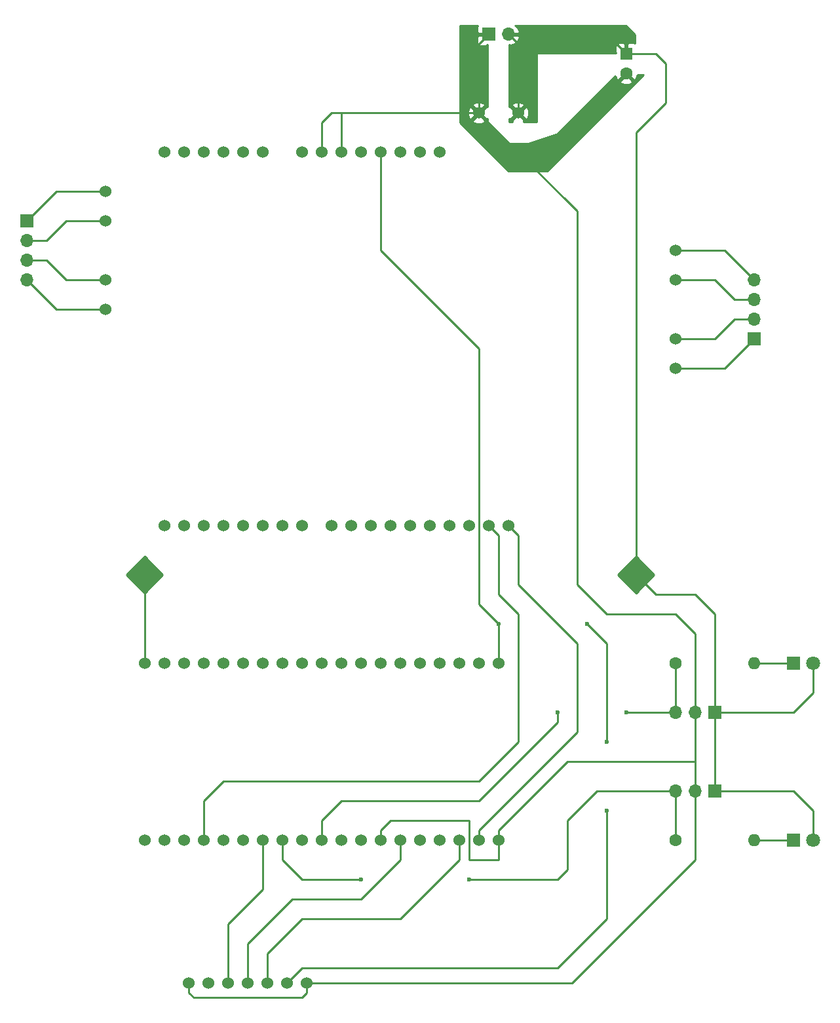
<source format=gbr>
G04 #@! TF.FileFunction,Copper,L2,Bot,Signal*
%FSLAX46Y46*%
G04 Gerber Fmt 4.6, Leading zero omitted, Abs format (unit mm)*
G04 Created by KiCad (PCBNEW 4.0.7) date 04/17/18 22:05:50*
%MOMM*%
%LPD*%
G01*
G04 APERTURE LIST*
%ADD10C,0.100000*%
%ADD11R,1.600000X1.600000*%
%ADD12C,1.600000*%
%ADD13R,1.800000X1.800000*%
%ADD14C,1.800000*%
%ADD15C,1.524000*%
%ADD16R,1.700000X1.700000*%
%ADD17O,1.700000X1.700000*%
%ADD18O,1.600000X1.600000*%
%ADD19C,0.600000*%
%ADD20C,0.250000*%
%ADD21C,0.254000*%
G04 APERTURE END LIST*
D10*
D11*
X95250000Y-20320000D03*
D12*
X95250000Y-22820000D03*
D13*
X116840000Y-121920000D03*
D14*
X119380000Y-121920000D03*
D13*
X116840000Y-99060000D03*
D14*
X119380000Y-99060000D03*
D15*
X35560000Y-33020000D03*
X38100000Y-33020000D03*
X40640000Y-33020000D03*
X43180000Y-33020000D03*
X45720000Y-33020000D03*
X48260000Y-33020000D03*
X53340000Y-33020000D03*
X55880000Y-33020000D03*
X58420000Y-33020000D03*
X60960000Y-33020000D03*
X63500000Y-33020000D03*
X66040000Y-33020000D03*
X68580000Y-33020000D03*
X71120000Y-33020000D03*
X35560000Y-81280000D03*
X38100000Y-81280000D03*
X40640000Y-81280000D03*
X43180000Y-81280000D03*
X45720000Y-81280000D03*
X48260000Y-81280000D03*
X50800000Y-81280000D03*
X53340000Y-81280000D03*
X57150000Y-81280000D03*
X59690000Y-81280000D03*
X62230000Y-81280000D03*
X64770000Y-81280000D03*
X67310000Y-81280000D03*
X69850000Y-81280000D03*
X72390000Y-81280000D03*
X74930000Y-81280000D03*
X77470000Y-81280000D03*
X80010000Y-81280000D03*
X27940000Y-38100000D03*
X27940000Y-41910000D03*
X27940000Y-49530000D03*
X27940000Y-53340000D03*
X101600000Y-45720000D03*
X101600000Y-49530000D03*
X101600000Y-57150000D03*
X101600000Y-60960000D03*
X76200000Y-27940000D03*
X81280000Y-27940000D03*
X78740000Y-99060000D03*
X76200000Y-99060000D03*
X73660000Y-99060000D03*
X71120000Y-99060000D03*
X68580000Y-99060000D03*
X66040000Y-99060000D03*
X63500000Y-99060000D03*
X60960000Y-99060000D03*
X58420000Y-99060000D03*
X55880000Y-99060000D03*
X53340000Y-99060000D03*
X50800000Y-99060000D03*
X48260000Y-99060000D03*
X45720000Y-99060000D03*
X43180000Y-99060000D03*
X40640000Y-99060000D03*
X38100000Y-99060000D03*
X35560000Y-99060000D03*
X33020000Y-99060000D03*
X33020000Y-121920000D03*
X35560000Y-121920000D03*
X38100000Y-121920000D03*
X40640000Y-121920000D03*
X43180000Y-121920000D03*
X45720000Y-121920000D03*
X48260000Y-121920000D03*
X50800000Y-121920000D03*
X53340000Y-121920000D03*
X55880000Y-121920000D03*
X58420000Y-121920000D03*
X60960000Y-121920000D03*
X63500000Y-121920000D03*
X66040000Y-121920000D03*
X68580000Y-121920000D03*
X71120000Y-121920000D03*
X73660000Y-121920000D03*
X76200000Y-121920000D03*
X78740000Y-121920000D03*
D16*
X77470000Y-17780000D03*
D17*
X80010000Y-17780000D03*
D16*
X111760000Y-57150000D03*
D17*
X111760000Y-54610000D03*
X111760000Y-52070000D03*
X111760000Y-49530000D03*
D16*
X17780000Y-41910000D03*
D17*
X17780000Y-44450000D03*
X17780000Y-46990000D03*
X17780000Y-49530000D03*
D16*
X106680000Y-115570000D03*
D17*
X104140000Y-115570000D03*
X101600000Y-115570000D03*
D16*
X106680000Y-105410000D03*
D17*
X104140000Y-105410000D03*
X101600000Y-105410000D03*
D12*
X101600000Y-121920000D03*
D18*
X111760000Y-121920000D03*
D12*
X101600000Y-99060000D03*
D18*
X111760000Y-99060000D03*
D15*
X53975000Y-140335000D03*
X51435000Y-140335000D03*
X48895000Y-140335000D03*
X46355000Y-140335000D03*
X43815000Y-140335000D03*
X41275000Y-140335000D03*
X38735000Y-140335000D03*
D19*
X33020000Y-87630000D03*
X96520000Y-87630000D03*
X78740000Y-93980000D03*
X92710000Y-118110000D03*
X92710000Y-109220000D03*
X90170000Y-93980000D03*
X60960000Y-127000000D03*
X74930000Y-127000000D03*
X86360000Y-105410000D03*
X95250000Y-105410000D03*
D20*
X33020000Y-87630000D02*
X33020000Y-99060000D01*
X95250000Y-20320000D02*
X99060000Y-20320000D01*
X96520000Y-87630000D02*
X99060000Y-90170000D01*
X96520000Y-30480000D02*
X96520000Y-87630000D01*
X100330000Y-26670000D02*
X96520000Y-30480000D01*
X100330000Y-21590000D02*
X100330000Y-26670000D01*
X99060000Y-20320000D02*
X100330000Y-21590000D01*
X106680000Y-92710000D02*
X106680000Y-105410000D01*
X99060000Y-90170000D02*
X102870000Y-90170000D01*
X102870000Y-90170000D02*
X104140000Y-90170000D01*
X104140000Y-90170000D02*
X106680000Y-92710000D01*
X106680000Y-115570000D02*
X116840000Y-115570000D01*
X119380000Y-118110000D02*
X119380000Y-121920000D01*
X116840000Y-115570000D02*
X119380000Y-118110000D01*
X106680000Y-105410000D02*
X116840000Y-105410000D01*
X116840000Y-105410000D02*
X119380000Y-102870000D01*
X119380000Y-102870000D02*
X119380000Y-99060000D01*
X106680000Y-115570000D02*
X106680000Y-105410000D01*
X81280000Y-27940000D02*
X81280000Y-19050000D01*
X81280000Y-19050000D02*
X80010000Y-17780000D01*
X80010000Y-17780000D02*
X92710000Y-17780000D01*
X92710000Y-17780000D02*
X95250000Y-20320000D01*
X78740000Y-121920000D02*
X78740000Y-124460000D01*
X63500000Y-120650000D02*
X63500000Y-121920000D01*
X64770000Y-119380000D02*
X63500000Y-120650000D01*
X67310000Y-119380000D02*
X64770000Y-119380000D01*
X74930000Y-119380000D02*
X67310000Y-119380000D01*
X74930000Y-124460000D02*
X74930000Y-119380000D01*
X78740000Y-124460000D02*
X74930000Y-124460000D01*
X104140000Y-111760000D02*
X96520000Y-111760000D01*
X78740000Y-120650000D02*
X78740000Y-121920000D01*
X87630000Y-111760000D02*
X78740000Y-120650000D01*
X88900000Y-111760000D02*
X87630000Y-111760000D01*
X96520000Y-111760000D02*
X88900000Y-111760000D01*
X104140000Y-115570000D02*
X104140000Y-124460000D01*
X88265000Y-140335000D02*
X53975000Y-140335000D01*
X104140000Y-124460000D02*
X88265000Y-140335000D01*
X95250000Y-22820000D02*
X95250000Y-22860000D01*
X95250000Y-22860000D02*
X83185000Y-34925000D01*
X38735000Y-140335000D02*
X38735000Y-141605000D01*
X38735000Y-141605000D02*
X39370000Y-142240000D01*
X39370000Y-142240000D02*
X53340000Y-142240000D01*
X53340000Y-142240000D02*
X53975000Y-141605000D01*
X53975000Y-141605000D02*
X53975000Y-140335000D01*
X76200000Y-27940000D02*
X83185000Y-34925000D01*
X83185000Y-34925000D02*
X87630000Y-39370000D01*
X104140000Y-95250000D02*
X104140000Y-105410000D01*
X101600000Y-92710000D02*
X104140000Y-95250000D01*
X92710000Y-92710000D02*
X101600000Y-92710000D01*
X88900000Y-88900000D02*
X92710000Y-92710000D01*
X88900000Y-40640000D02*
X88900000Y-88900000D01*
X87630000Y-39370000D02*
X88900000Y-40640000D01*
X58420000Y-33020000D02*
X58420000Y-27940000D01*
X76200000Y-27940000D02*
X58420000Y-27940000D01*
X58420000Y-27940000D02*
X57150000Y-27940000D01*
X55880000Y-29210000D02*
X55880000Y-33020000D01*
X57150000Y-27940000D02*
X55880000Y-29210000D01*
X104140000Y-115570000D02*
X104140000Y-111760000D01*
X104140000Y-111760000D02*
X104140000Y-105410000D01*
X76200000Y-27940000D02*
X76200000Y-19050000D01*
X76200000Y-19050000D02*
X77470000Y-17780000D01*
X116840000Y-121920000D02*
X111760000Y-121920000D01*
X111760000Y-99060000D02*
X116840000Y-99060000D01*
X51435000Y-140335000D02*
X53340000Y-138430000D01*
X86360000Y-138430000D02*
X53340000Y-138430000D01*
X92710000Y-132080000D02*
X86360000Y-138430000D01*
X92710000Y-118110000D02*
X92710000Y-132080000D01*
X92710000Y-96520000D02*
X92710000Y-109220000D01*
X90170000Y-93980000D02*
X92710000Y-96520000D01*
X63500000Y-33020000D02*
X63500000Y-45720000D01*
X78740000Y-93980000D02*
X78740000Y-99060000D01*
X76200000Y-91440000D02*
X78740000Y-93980000D01*
X76200000Y-58420000D02*
X76200000Y-91440000D01*
X63500000Y-45720000D02*
X76200000Y-58420000D01*
X78740000Y-88900000D02*
X78740000Y-90170000D01*
X78740000Y-82550000D02*
X78740000Y-88900000D01*
X81280000Y-101600000D02*
X81280000Y-109220000D01*
X81280000Y-109220000D02*
X76200000Y-114300000D01*
X76200000Y-114300000D02*
X43180000Y-114300000D01*
X43180000Y-114300000D02*
X40640000Y-116840000D01*
X40640000Y-121920000D02*
X40640000Y-116840000D01*
X78740000Y-82550000D02*
X77470000Y-81280000D01*
X81280000Y-92710000D02*
X81280000Y-101600000D01*
X78740000Y-90170000D02*
X81280000Y-92710000D01*
X81280000Y-88900000D02*
X81280000Y-82550000D01*
X81280000Y-88900000D02*
X88900000Y-96520000D01*
X88900000Y-96520000D02*
X88900000Y-107950000D01*
X88900000Y-107950000D02*
X76200000Y-120650000D01*
X76200000Y-121920000D02*
X76200000Y-120650000D01*
X81280000Y-82550000D02*
X80010000Y-81280000D01*
X80010000Y-81280000D02*
X80010000Y-81280000D01*
X17780000Y-41910000D02*
X21590000Y-38100000D01*
X21590000Y-38100000D02*
X27940000Y-38100000D01*
X17780000Y-44450000D02*
X20320000Y-44450000D01*
X22860000Y-41910000D02*
X27940000Y-41910000D01*
X20320000Y-44450000D02*
X22860000Y-41910000D01*
X17780000Y-46990000D02*
X20320000Y-46990000D01*
X22860000Y-49530000D02*
X27940000Y-49530000D01*
X20320000Y-46990000D02*
X22860000Y-49530000D01*
X17780000Y-49530000D02*
X21590000Y-53340000D01*
X21590000Y-53340000D02*
X27940000Y-53340000D01*
X111760000Y-49530000D02*
X107950000Y-45720000D01*
X107950000Y-45720000D02*
X101600000Y-45720000D01*
X111760000Y-52070000D02*
X109220000Y-52070000D01*
X106680000Y-49530000D02*
X101600000Y-49530000D01*
X109220000Y-52070000D02*
X106680000Y-49530000D01*
X111760000Y-54610000D02*
X109220000Y-54610000D01*
X106680000Y-57150000D02*
X101600000Y-57150000D01*
X109220000Y-54610000D02*
X106680000Y-57150000D01*
X111760000Y-57150000D02*
X107950000Y-60960000D01*
X107950000Y-60960000D02*
X101600000Y-60960000D01*
X43815000Y-140335000D02*
X43815000Y-132715000D01*
X48260000Y-128270000D02*
X48260000Y-121920000D01*
X43815000Y-132715000D02*
X48260000Y-128270000D01*
X101600000Y-115570000D02*
X91440000Y-115570000D01*
X50800000Y-124460000D02*
X50800000Y-121920000D01*
X52070000Y-125730000D02*
X50800000Y-124460000D01*
X53340000Y-127000000D02*
X52070000Y-125730000D01*
X60960000Y-127000000D02*
X53340000Y-127000000D01*
X86360000Y-127000000D02*
X74930000Y-127000000D01*
X87630000Y-125730000D02*
X86360000Y-127000000D01*
X87630000Y-119380000D02*
X87630000Y-125730000D01*
X91440000Y-115570000D02*
X87630000Y-119380000D01*
X101600000Y-121920000D02*
X101600000Y-115570000D01*
X101600000Y-105410000D02*
X95250000Y-105410000D01*
X55880000Y-119380000D02*
X55880000Y-121920000D01*
X58420000Y-116840000D02*
X55880000Y-119380000D01*
X76200000Y-116840000D02*
X58420000Y-116840000D01*
X86360000Y-106680000D02*
X76200000Y-116840000D01*
X86360000Y-105410000D02*
X86360000Y-106680000D01*
X101600000Y-105410000D02*
X101600000Y-99060000D01*
X66040000Y-121920000D02*
X66040000Y-124460000D01*
X46355000Y-135255000D02*
X46355000Y-140335000D01*
X52070000Y-129540000D02*
X46355000Y-135255000D01*
X60960000Y-129540000D02*
X52070000Y-129540000D01*
X66040000Y-124460000D02*
X60960000Y-129540000D01*
X73660000Y-121920000D02*
X73660000Y-123190000D01*
X48895000Y-136525000D02*
X48895000Y-140335000D01*
X53340000Y-132080000D02*
X48895000Y-136525000D01*
X66040000Y-132080000D02*
X53340000Y-132080000D01*
X73660000Y-124460000D02*
X66040000Y-132080000D01*
X73660000Y-123190000D02*
X73660000Y-124460000D01*
D21*
G36*
X75985000Y-16803691D02*
X75985000Y-17494250D01*
X76143750Y-17653000D01*
X77343000Y-17653000D01*
X77343000Y-17907000D01*
X76143750Y-17907000D01*
X75985000Y-18065750D01*
X75985000Y-18756309D01*
X76081673Y-18989698D01*
X76260301Y-19168327D01*
X76493690Y-19265000D01*
X77184250Y-19265000D01*
X77342998Y-19106252D01*
X77342998Y-19265000D01*
X77343000Y-19265000D01*
X77343000Y-27186084D01*
X77180213Y-27139392D01*
X76379605Y-27940000D01*
X77180213Y-28740608D01*
X77343000Y-28693916D01*
X77343000Y-29210000D01*
X77353006Y-29259410D01*
X77380197Y-29299803D01*
X79920197Y-31839803D01*
X79962211Y-31867666D01*
X80010000Y-31877000D01*
X82550000Y-31877000D01*
X82590161Y-31870483D01*
X86400161Y-30600483D01*
X86449803Y-30569803D01*
X93191861Y-23827745D01*
X94421861Y-23827745D01*
X94495995Y-24073864D01*
X95033223Y-24266965D01*
X95603454Y-24239778D01*
X96004005Y-24073864D01*
X96078139Y-23827745D01*
X95250000Y-22999605D01*
X94421861Y-23827745D01*
X93191861Y-23827745D01*
X93834888Y-23184718D01*
X93996136Y-23574005D01*
X94242255Y-23648139D01*
X94903395Y-22987000D01*
X95596605Y-22987000D01*
X96257745Y-23648139D01*
X96503864Y-23574005D01*
X96696965Y-23036777D01*
X96694592Y-22987000D01*
X97483394Y-22987000D01*
X85037394Y-35433000D01*
X80062606Y-35433000D01*
X73787000Y-29157394D01*
X73787000Y-28920213D01*
X75399392Y-28920213D01*
X75468857Y-29162397D01*
X75992302Y-29349144D01*
X76547368Y-29321362D01*
X76931143Y-29162397D01*
X77000608Y-28920213D01*
X76200000Y-28119605D01*
X75399392Y-28920213D01*
X73787000Y-28920213D01*
X73787000Y-27732302D01*
X74790856Y-27732302D01*
X74818638Y-28287368D01*
X74977603Y-28671143D01*
X75219787Y-28740608D01*
X76020395Y-27940000D01*
X75219787Y-27139392D01*
X74977603Y-27208857D01*
X74790856Y-27732302D01*
X73787000Y-27732302D01*
X73787000Y-26959787D01*
X75399392Y-26959787D01*
X76200000Y-27760395D01*
X77000608Y-26959787D01*
X76931143Y-26717603D01*
X76407698Y-26530856D01*
X75852632Y-26558638D01*
X75468857Y-26717603D01*
X75399392Y-26959787D01*
X73787000Y-26959787D01*
X73787000Y-16637000D01*
X76054046Y-16637000D01*
X75985000Y-16803691D01*
X75985000Y-16803691D01*
G37*
X75985000Y-16803691D02*
X75985000Y-17494250D01*
X76143750Y-17653000D01*
X77343000Y-17653000D01*
X77343000Y-17907000D01*
X76143750Y-17907000D01*
X75985000Y-18065750D01*
X75985000Y-18756309D01*
X76081673Y-18989698D01*
X76260301Y-19168327D01*
X76493690Y-19265000D01*
X77184250Y-19265000D01*
X77342998Y-19106252D01*
X77342998Y-19265000D01*
X77343000Y-19265000D01*
X77343000Y-27186084D01*
X77180213Y-27139392D01*
X76379605Y-27940000D01*
X77180213Y-28740608D01*
X77343000Y-28693916D01*
X77343000Y-29210000D01*
X77353006Y-29259410D01*
X77380197Y-29299803D01*
X79920197Y-31839803D01*
X79962211Y-31867666D01*
X80010000Y-31877000D01*
X82550000Y-31877000D01*
X82590161Y-31870483D01*
X86400161Y-30600483D01*
X86449803Y-30569803D01*
X93191861Y-23827745D01*
X94421861Y-23827745D01*
X94495995Y-24073864D01*
X95033223Y-24266965D01*
X95603454Y-24239778D01*
X96004005Y-24073864D01*
X96078139Y-23827745D01*
X95250000Y-22999605D01*
X94421861Y-23827745D01*
X93191861Y-23827745D01*
X93834888Y-23184718D01*
X93996136Y-23574005D01*
X94242255Y-23648139D01*
X94903395Y-22987000D01*
X95596605Y-22987000D01*
X96257745Y-23648139D01*
X96503864Y-23574005D01*
X96696965Y-23036777D01*
X96694592Y-22987000D01*
X97483394Y-22987000D01*
X85037394Y-35433000D01*
X80062606Y-35433000D01*
X73787000Y-29157394D01*
X73787000Y-28920213D01*
X75399392Y-28920213D01*
X75468857Y-29162397D01*
X75992302Y-29349144D01*
X76547368Y-29321362D01*
X76931143Y-29162397D01*
X77000608Y-28920213D01*
X76200000Y-28119605D01*
X75399392Y-28920213D01*
X73787000Y-28920213D01*
X73787000Y-27732302D01*
X74790856Y-27732302D01*
X74818638Y-28287368D01*
X74977603Y-28671143D01*
X75219787Y-28740608D01*
X76020395Y-27940000D01*
X75219787Y-27139392D01*
X74977603Y-27208857D01*
X74790856Y-27732302D01*
X73787000Y-27732302D01*
X73787000Y-26959787D01*
X75399392Y-26959787D01*
X76200000Y-27760395D01*
X77000608Y-26959787D01*
X76931143Y-26717603D01*
X76407698Y-26530856D01*
X75852632Y-26558638D01*
X75468857Y-26717603D01*
X75399392Y-26959787D01*
X73787000Y-26959787D01*
X73787000Y-16637000D01*
X76054046Y-16637000D01*
X75985000Y-16803691D01*
G36*
X96393000Y-17832606D02*
X96393000Y-18974756D01*
X96176310Y-18885000D01*
X95535750Y-18885000D01*
X95377000Y-19043750D01*
X95377000Y-20193000D01*
X95123000Y-20193000D01*
X95123000Y-19043750D01*
X94964250Y-18885000D01*
X94323690Y-18885000D01*
X94090301Y-18981673D01*
X93911673Y-19160302D01*
X93815000Y-19393691D01*
X93815000Y-20034250D01*
X93973748Y-20192998D01*
X93815000Y-20192998D01*
X93815000Y-20193000D01*
X83820000Y-20193000D01*
X83770590Y-20203006D01*
X83728965Y-20231447D01*
X83701685Y-20273841D01*
X83693000Y-20320000D01*
X83693000Y-29083000D01*
X82033916Y-29083000D01*
X82080608Y-28920213D01*
X81280000Y-28119605D01*
X80479392Y-28920213D01*
X80526084Y-29083000D01*
X80137000Y-29083000D01*
X80137000Y-28693916D01*
X80299787Y-28740608D01*
X81100395Y-27940000D01*
X81459605Y-27940000D01*
X82260213Y-28740608D01*
X82502397Y-28671143D01*
X82689144Y-28147698D01*
X82661362Y-27592632D01*
X82502397Y-27208857D01*
X82260213Y-27139392D01*
X81459605Y-27940000D01*
X81100395Y-27940000D01*
X80299787Y-27139392D01*
X80137000Y-27186084D01*
X80137000Y-26959787D01*
X80479392Y-26959787D01*
X81280000Y-27760395D01*
X82080608Y-26959787D01*
X82011143Y-26717603D01*
X81487698Y-26530856D01*
X80932632Y-26558638D01*
X80548857Y-26717603D01*
X80479392Y-26959787D01*
X80137000Y-26959787D01*
X80137000Y-19265000D01*
X80137002Y-19265000D01*
X80137002Y-19100156D01*
X80366890Y-19221476D01*
X80776924Y-19051645D01*
X81205183Y-18661358D01*
X81451486Y-18136892D01*
X81330819Y-17907000D01*
X80137000Y-17907000D01*
X80137000Y-17653000D01*
X81330819Y-17653000D01*
X81451486Y-17423108D01*
X81205183Y-16898642D01*
X80918085Y-16637000D01*
X95197394Y-16637000D01*
X96393000Y-17832606D01*
X96393000Y-17832606D01*
G37*
X96393000Y-17832606D02*
X96393000Y-18974756D01*
X96176310Y-18885000D01*
X95535750Y-18885000D01*
X95377000Y-19043750D01*
X95377000Y-20193000D01*
X95123000Y-20193000D01*
X95123000Y-19043750D01*
X94964250Y-18885000D01*
X94323690Y-18885000D01*
X94090301Y-18981673D01*
X93911673Y-19160302D01*
X93815000Y-19393691D01*
X93815000Y-20034250D01*
X93973748Y-20192998D01*
X93815000Y-20192998D01*
X93815000Y-20193000D01*
X83820000Y-20193000D01*
X83770590Y-20203006D01*
X83728965Y-20231447D01*
X83701685Y-20273841D01*
X83693000Y-20320000D01*
X83693000Y-29083000D01*
X82033916Y-29083000D01*
X82080608Y-28920213D01*
X81280000Y-28119605D01*
X80479392Y-28920213D01*
X80526084Y-29083000D01*
X80137000Y-29083000D01*
X80137000Y-28693916D01*
X80299787Y-28740608D01*
X81100395Y-27940000D01*
X81459605Y-27940000D01*
X82260213Y-28740608D01*
X82502397Y-28671143D01*
X82689144Y-28147698D01*
X82661362Y-27592632D01*
X82502397Y-27208857D01*
X82260213Y-27139392D01*
X81459605Y-27940000D01*
X81100395Y-27940000D01*
X80299787Y-27139392D01*
X80137000Y-27186084D01*
X80137000Y-26959787D01*
X80479392Y-26959787D01*
X81280000Y-27760395D01*
X82080608Y-26959787D01*
X82011143Y-26717603D01*
X81487698Y-26530856D01*
X80932632Y-26558638D01*
X80548857Y-26717603D01*
X80479392Y-26959787D01*
X80137000Y-26959787D01*
X80137000Y-19265000D01*
X80137002Y-19265000D01*
X80137002Y-19100156D01*
X80366890Y-19221476D01*
X80776924Y-19051645D01*
X81205183Y-18661358D01*
X81451486Y-18136892D01*
X81330819Y-17907000D01*
X80137000Y-17907000D01*
X80137000Y-17653000D01*
X81330819Y-17653000D01*
X81451486Y-17423108D01*
X81205183Y-16898642D01*
X80918085Y-16637000D01*
X95197394Y-16637000D01*
X96393000Y-17832606D01*
G36*
X98880394Y-87630000D02*
X96520000Y-89990394D01*
X94159606Y-87630000D01*
X96520000Y-85269606D01*
X98880394Y-87630000D01*
X98880394Y-87630000D01*
G37*
X98880394Y-87630000D02*
X96520000Y-89990394D01*
X94159606Y-87630000D01*
X96520000Y-85269606D01*
X98880394Y-87630000D01*
G36*
X35380394Y-87630000D02*
X33020000Y-89990394D01*
X30659606Y-87630000D01*
X33020000Y-85269606D01*
X35380394Y-87630000D01*
X35380394Y-87630000D01*
G37*
X35380394Y-87630000D02*
X33020000Y-89990394D01*
X30659606Y-87630000D01*
X33020000Y-85269606D01*
X35380394Y-87630000D01*
M02*

</source>
